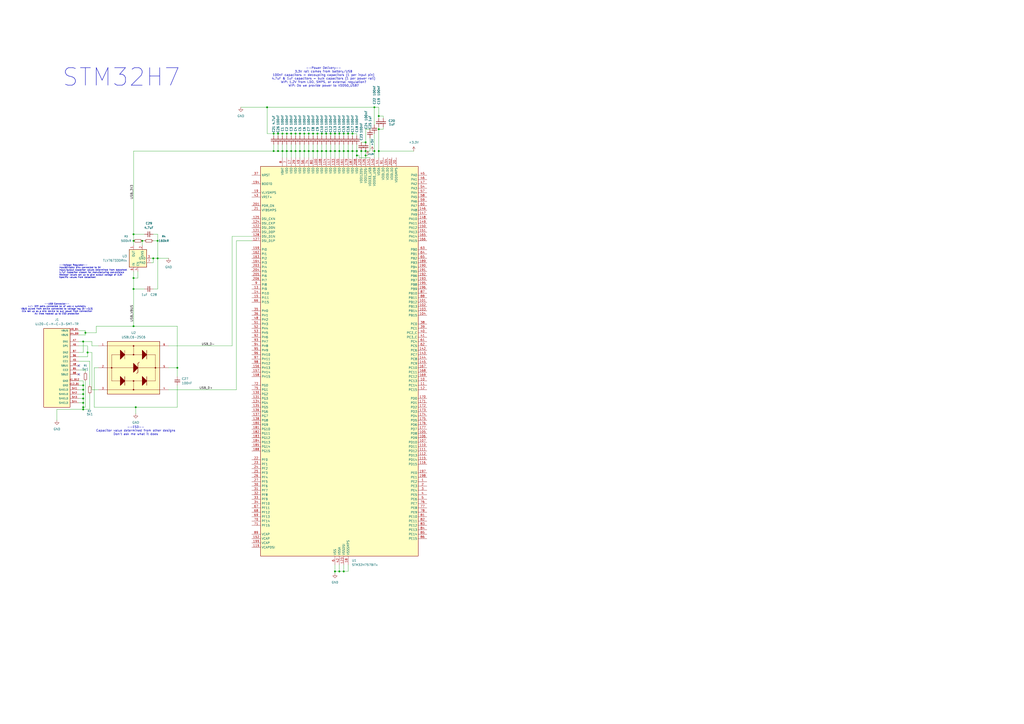
<source format=kicad_sch>
(kicad_sch (version 20250114) (generator "eeschema") (generator_version "9.0")
  (paper "A2")
  (lib_symbols
    (symbol "Device:C_Small" (pin_numbers (hide yes)) (pin_names (offset 0.254) (hide yes))
      (property "Reference" "C" (at 0.254 1.778 0))
      (property "Value" "C_Small" (at 0.254 -2.032 0))
      (symbol "C_Small_1_1"
        (pin passive line (at 0 2.54 270) (length 2.032) (name "~") (number "1"))
        (pin passive line (at 0 -2.54 90) (length 2.032) (name "~") (number "2"))
      )
    )
    (symbol "Device:R_Small" (pin_numbers (hide yes)) (pin_names (offset 0.254) (hide yes))
      (property "Reference" "R" (at 0 0 90))
      (property "Value" "R_Small" (at 1.778 0 90))
      (symbol "R_Small_1_1"
        (pin passive line (at 0 2.54 270) (length 0.762) (name "~") (number "1"))
        (pin passive line (at 0 -2.54 90) (length 0.762) (name "~") (number "2"))
      )
    )
    (symbol "MCU_ST_STM32H7:STM32H757BITx"
      (property "Reference" "U" (at -45.72 115.57 0))
      (property "Value" "STM32H757BITx" (at 35.56 115.57 0))
      (symbol "STM32H757BITx_1_1"
        (pin input line (at -50.8 109.22 0) (length 5.08) (name "NRST") (number "37"))
        (pin input line (at -50.8 104.14 0) (length 5.08) (name "BOOT0") (number "194"))
        (pin power_in line (at -50.8 99.06 0) (length 5.08) (name "VLXSMPS") (number "19"))
        (pin input line (at -50.8 96.52 0) (length 5.08) (name "VREF+") (number "43"))
        (pin input line (at -50.8 91.44 0) (length 5.08) (name "PDR_ON") (number "201"))
        (pin input line (at -50.8 88.9 0) (length 5.08) (name "VFBSMPS") (number "21"))
        (pin bidirectional line (at -50.8 83.82 0) (length 5.08) (name "DSI_CKN") (number "125"))
        (pin bidirectional line (at -50.8 81.28 0) (length 5.08) (name "DSI_CKP") (number "124"))
        (pin bidirectional line (at -50.8 78.74 0) (length 5.08) (name "DSI_D0N") (number "122"))
        (pin bidirectional line (at -50.8 76.2 0) (length 5.08) (name "DSI_D0P") (number "121"))
        (pin bidirectional line (at -50.8 73.66 0) (length 5.08) (name "DSI_D1N") (number "128"))
        (pin bidirectional line (at -50.8 71.12 0) (length 5.08) (name "DSI_D1P") (number "127"))
        (pin bidirectional line (at -50.8 66.04 0) (length 5.08) (name "PI0") (number "159"))
        (pin bidirectional line (at -50.8 63.5 0) (length 5.08) (name "PI1") (number "162"))
        (pin bidirectional line (at -50.8 60.96 0) (length 5.08) (name "PI2") (number "163"))
        (pin bidirectional line (at -50.8 58.42 0) (length 5.08) (name "PI3") (number "164"))
        (pin bidirectional line (at -50.8 55.88 0) (length 5.08) (name "PI4") (number "203"))
        (pin bidirectional line (at -50.8 53.34 0) (length 5.08) (name "PI5") (number "204"))
        (pin bidirectional line (at -50.8 50.8 0) (length 5.08) (name "PI6") (number "205"))
        (pin bidirectional line (at -50.8 48.26 0) (length 5.08) (name "PI7") (number "206"))
        (pin bidirectional line (at -50.8 45.72 0) (length 5.08) (name "PI8") (number "9"))
        (pin bidirectional line (at -50.8 43.18 0) (length 5.08) (name "PI9") (number "13"))
        (pin bidirectional line (at -50.8 40.64 0) (length 5.08) (name "PI10") (number "14"))
        (pin bidirectional line (at -50.8 38.1 0) (length 5.08) (name "PI11") (number "15"))
        (pin bidirectional line (at -50.8 35.56 0) (length 5.08) (name "PI15") (number "66"))
        (pin bidirectional line (at -50.8 30.48 0) (length 5.08) (name "PH0") (number "35"))
        (pin bidirectional line (at -50.8 27.94 0) (length 5.08) (name "PH1") (number "36"))
        (pin bidirectional line (at -50.8 25.4 0) (length 5.08) (name "PH2") (number "48"))
        (pin bidirectional line (at -50.8 22.86 0) (length 5.08) (name "PH3") (number "51"))
        (pin bidirectional line (at -50.8 20.32 0) (length 5.08) (name "PH4") (number "52"))
        (pin bidirectional line (at -50.8 17.78 0) (length 5.08) (name "PH5") (number "53"))
        (pin bidirectional line (at -50.8 15.24 0) (length 5.08) (name "PH6") (number "92"))
        (pin bidirectional line (at -50.8 12.7 0) (length 5.08) (name "PH7") (number "93"))
        (pin bidirectional line (at -50.8 10.16 0) (length 5.08) (name "PH8") (number "94"))
        (pin bidirectional line (at -50.8 7.62 0) (length 5.08) (name "PH9") (number "95"))
        (pin bidirectional line (at -50.8 5.08 0) (length 5.08) (name "PH10") (number "96"))
        (pin bidirectional line (at -50.8 2.54 0) (length 5.08) (name "PH11") (number "97"))
        (pin bidirectional line (at -50.8 0 0) (length 5.08) (name "PH12") (number "98"))
        (pin bidirectional line (at -50.8 -2.54 0) (length 5.08) (name "PH13") (number "156"))
        (pin bidirectional line (at -50.8 -5.08 0) (length 5.08) (name "PH14") (number "157"))
        (pin bidirectional line (at -50.8 -7.62 0) (length 5.08) (name "PH15") (number "158"))
        (pin bidirectional line (at -50.8 -12.7 0) (length 5.08) (name "PG0") (number "72"))
        (pin bidirectional line (at -50.8 -15.24 0) (length 5.08) (name "PG1") (number "75"))
        (pin bidirectional line (at -50.8 -17.78 0) (length 5.08) (name "PG2") (number "130"))
        (pin bidirectional line (at -50.8 -20.32 0) (length 5.08) (name "PG3") (number "131"))
        (pin bidirectional line (at -50.8 -22.86 0) (length 5.08) (name "PG4") (number "134"))
        (pin bidirectional line (at -50.8 -25.4 0) (length 5.08) (name "PG5") (number "135"))
        (pin bidirectional line (at -50.8 -27.94 0) (length 5.08) (name "PG6") (number "136"))
        (pin bidirectional line (at -50.8 -30.48 0) (length 5.08) (name "PG7") (number "137"))
        (pin bidirectional line (at -50.8 -33.02 0) (length 5.08) (name "PG8") (number "138"))
        (pin bidirectional line (at -50.8 -35.56 0) (length 5.08) (name "PG9") (number "180"))
        (pin bidirectional line (at -50.8 -38.1 0) (length 5.08) (name "PG10") (number "181"))
        (pin bidirectional line (at -50.8 -40.64 0) (length 5.08) (name "PG11") (number "182"))
        (pin bidirectional line (at -50.8 -43.18 0) (length 5.08) (name "PG12") (number "183"))
        (pin bidirectional line (at -50.8 -45.72 0) (length 5.08) (name "PG13") (number "184"))
        (pin bidirectional line (at -50.8 -48.26 0) (length 5.08) (name "PG14") (number "185"))
        (pin bidirectional line (at -50.8 -50.8 0) (length 5.08) (name "PG15") (number "188"))
        (pin bidirectional line (at -50.8 -55.88 0) (length 5.08) (name "PF0") (number "22"))
        (pin bidirectional line (at -50.8 -58.42 0) (length 5.08) (name "PF1") (number "23"))
        (pin bidirectional line (at -50.8 -60.96 0) (length 5.08) (name "PF2") (number "24"))
        (pin bidirectional line (at -50.8 -63.5 0) (length 5.08) (name "PF3") (number "25"))
        (pin bidirectional line (at -50.8 -66.04 0) (length 5.08) (name "PF4") (number "26"))
        (pin bidirectional line (at -50.8 -68.58 0) (length 5.08) (name "PF5") (number "27"))
        (pin bidirectional line (at -50.8 -71.12 0) (length 5.08) (name "PF6") (number "30"))
        (pin bidirectional line (at -50.8 -73.66 0) (length 5.08) (name "PF7") (number "31"))
        (pin bidirectional line (at -50.8 -76.2 0) (length 5.08) (name "PF8") (number "32"))
        (pin bidirectional line (at -50.8 -78.74 0) (length 5.08) (name "PF9") (number "33"))
        (pin bidirectional line (at -50.8 -81.28 0) (length 5.08) (name "PF10") (number "34"))
        (pin bidirectional line (at -50.8 -83.82 0) (length 5.08) (name "PF11") (number "67"))
        (pin bidirectional line (at -50.8 -86.36 0) (length 5.08) (name "PF12") (number "68"))
        (pin bidirectional line (at -50.8 -88.9 0) (length 5.08) (name "PF13") (number "69"))
        (pin bidirectional line (at -50.8 -91.44 0) (length 5.08) (name "PF14") (number "70"))
        (pin bidirectional line (at -50.8 -93.98 0) (length 5.08) (name "PF15") (number "71"))
        (pin power_out line (at -50.8 -99.06 0) (length 5.08) (name "VCAP") (number "89"))
        (pin power_out line (at -50.8 -101.6 0) (length 5.08) (name "VCAP") (number "152"))
        (pin power_out line (at -50.8 -104.14 0) (length 5.08) (name "VCAP") (number "199"))
        (pin power_out line (at -50.8 -106.68 0) (length 5.08) (name "VCAPDSI") (number "119"))
        (pin power_in line (at -33.02 119.38 270) (length 5.08) (name "VBAT") (number "8"))
        (pin power_in line (at -30.48 119.38 270) (length 5.08) (name "VDD") (number "7"))
        (pin power_in line (at -27.94 119.38 270) (length 5.08) (name "VDD") (number "17"))
        (pin power_in line (at -25.4 119.38 270) (length 5.08) (name "VDD") (number "29"))
        (pin power_in line (at -22.86 119.38 270) (length 5.08) (name "VDD") (number "49"))
        (pin power_in line (at -20.32 119.38 270) (length 5.08) (name "VDD") (number "56"))
        (pin power_in line (at -17.78 119.38 270) (length 5.08) (name "VDD") (number "74"))
        (pin power_in line (at -15.24 119.38 270) (length 5.08) (name "VDD") (number "80"))
        (pin power_in line (at -12.7 119.38 270) (length 5.08) (name "VDD") (number "100"))
        (pin power_in line (at -10.16 119.38 270) (length 5.08) (name "VDD") (number "108"))
        (pin power_in line (at -7.62 119.38 270) (length 5.08) (name "VDD") (number "114"))
        (pin power_in line (at -5.08 119.38 270) (length 5.08) (name "VDD") (number "117"))
        (pin power_in line (at -2.54 119.38 270) (length 5.08) (name "VDD") (number "133"))
        (pin passive line (at -2.54 -116.84 90) (length 5.08) (hide yes) (name "VSS") (number "109"))
        (pin passive line (at -2.54 -116.84 90) (length 5.08) (hide yes) (name "VSS") (number "113"))
        (pin passive line (at -2.54 -116.84 90) (length 5.08) (hide yes) (name "VSS") (number "118"))
        (pin passive line (at -2.54 -116.84 90) (length 5.08) (hide yes) (name "VSS") (number "132"))
        (pin passive line (at -2.54 -116.84 90) (length 5.08) (hide yes) (name "VSS") (number "139"))
        (pin passive line (at -2.54 -116.84 90) (length 5.08) (hide yes) (name "VSS") (number "153"))
        (pin passive line (at -2.54 -116.84 90) (length 5.08) (hide yes) (name "VSS") (number "16"))
        (pin passive line (at -2.54 -116.84 90) (length 5.08) (hide yes) (name "VSS") (number "160"))
        (pin passive line (at -2.54 -116.84 90) (length 5.08) (hide yes) (name "VSS") (number "178"))
        (pin passive line (at -2.54 -116.84 90) (length 5.08) (hide yes) (name "VSS") (number "186"))
        (pin passive line (at -2.54 -116.84 90) (length 5.08) (hide yes) (name "VSS") (number "200"))
        (pin passive line (at -2.54 -116.84 90) (length 5.08) (hide yes) (name "VSS") (number "207"))
        (pin passive line (at -2.54 -116.84 90) (length 5.08) (hide yes) (name "VSS") (number "28"))
        (pin passive line (at -2.54 -116.84 90) (length 5.08) (hide yes) (name "VSS") (number "50"))
        (pin passive line (at -2.54 -116.84 90) (length 5.08) (hide yes) (name "VSS") (number "55"))
        (pin power_in line (at -2.54 -116.84 90) (length 5.08) (name "VSS") (number "6"))
        (pin passive line (at -2.54 -116.84 90) (length 5.08) (hide yes) (name "VSS") (number "73"))
        (pin passive line (at -2.54 -116.84 90) (length 5.08) (hide yes) (name "VSS") (number "79"))
        (pin passive line (at -2.54 -116.84 90) (length 5.08) (hide yes) (name "VSS") (number "90"))
        (pin passive line (at -2.54 -116.84 90) (length 5.08) (hide yes) (name "VSS") (number "99"))
        (pin power_in line (at 0 119.38 270) (length 5.08) (name "VDD") (number "155"))
        (pin power_in line (at 0 -116.84 90) (length 5.08) (name "VSSA") (number "42"))
        (pin power_in line (at 2.54 119.38 270) (length 5.08) (name "VDD") (number "161"))
        (pin power_in line (at 2.54 -116.84 90) (length 5.08) (name "VSSDSI") (number "123"))
        (pin passive line (at 2.54 -116.84 90) (length 5.08) (hide yes) (name "VSSDSI") (number "129"))
        (pin power_in line (at 5.08 119.38 270) (length 5.08) (name "VDD") (number "179"))
        (pin power_in line (at 5.08 -116.84 90) (length 5.08) (name "VSSSMPS") (number "18"))
        (pin power_in line (at 7.62 119.38 270) (length 5.08) (name "VDD") (number "187"))
        (pin power_in line (at 10.16 119.38 270) (length 5.08) (name "VDD") (number "208"))
        (pin power_in line (at 12.7 119.38 270) (length 5.08) (name "VDD12DSI") (number "120"))
        (pin power_in line (at 15.24 119.38 270) (length 5.08) (name "VDD12DSI") (number "126"))
        (pin power_in line (at 17.78 119.38 270) (length 5.08) (name "VDD33_USB") (number "141"))
        (pin power_in line (at 20.32 119.38 270) (length 5.08) (name "VDD50_USB") (number "140"))
        (pin power_in line (at 22.86 119.38 270) (length 5.08) (name "VDDA") (number "44"))
        (pin power_in line (at 25.4 119.38 270) (length 5.08) (name "VDDLDO") (number "91"))
        (pin power_in line (at 27.94 119.38 270) (length 5.08) (name "VDDLDO") (number "154"))
        (pin power_in line (at 30.48 119.38 270) (length 5.08) (name "VDDLDO") (number "202"))
        (pin power_in line (at 33.02 119.38 270) (length 5.08) (name "VDDSMPS") (number "20"))
        (pin bidirectional line (at 50.8 109.22 180) (length 5.08) (name "PA0") (number "45"))
        (pin bidirectional line (at 50.8 106.68 180) (length 5.08) (name "PA1") (number "46"))
        (pin bidirectional line (at 50.8 104.14 180) (length 5.08) (name "PA2") (number "47"))
        (pin bidirectional line (at 50.8 101.6 180) (length 5.08) (name "PA3") (number "54"))
        (pin bidirectional line (at 50.8 99.06 180) (length 5.08) (name "PA4") (number "57"))
        (pin bidirectional line (at 50.8 96.52 180) (length 5.08) (name "PA5") (number "58"))
        (pin bidirectional line (at 50.8 93.98 180) (length 5.08) (name "PA6") (number "59"))
        (pin bidirectional line (at 50.8 91.44 180) (length 5.08) (name "PA7") (number "60"))
        (pin bidirectional line (at 50.8 88.9 180) (length 5.08) (name "PA8") (number "146"))
        (pin bidirectional line (at 50.8 86.36 180) (length 5.08) (name "PA9") (number "147"))
        (pin bidirectional line (at 50.8 83.82 180) (length 5.08) (name "PA10") (number "148"))
        (pin bidirectional line (at 50.8 81.28 180) (length 5.08) (name "PA11") (number "149"))
        (pin bidirectional line (at 50.8 78.74 180) (length 5.08) (name "PA12") (number "150"))
        (pin bidirectional line (at 50.8 76.2 180) (length 5.08) (name "PA13") (number "151"))
        (pin bidirectional line (at 50.8 73.66 180) (length 5.08) (name "PA14") (number "165"))
        (pin bidirectional line (at 50.8 71.12 180) (length 5.08) (name "PA15") (number "166"))
        (pin bidirectional line (at 50.8 66.04 180) (length 5.08) (name "PB0") (number "63"))
        (pin bidirectional line (at 50.8 63.5 180) (length 5.08) (name "PB1") (number "64"))
        (pin bidirectional line (at 50.8 60.96 180) (length 5.08) (name "PB2") (number "65"))
        (pin bidirectional line (at 50.8 58.42 180) (length 5.08) (name "PB3") (number "189"))
        (pin bidirectional line (at 50.8 55.88 180) (length 5.08) (name "PB4") (number "190"))
        (pin bidirectional line (at 50.8 53.34 180) (length 5.08) (name "PB5") (number "191"))
        (pin bidirectional line (at 50.8 50.8 180) (length 5.08) (name "PB6") (number "192"))
        (pin bidirectional line (at 50.8 48.26 180) (length 5.08) (name "PB7") (number "193"))
        (pin bidirectional line (at 50.8 45.72 180) (length 5.08) (name "PB8") (number "195"))
        (pin bidirectional line (at 50.8 43.18 180) (length 5.08) (name "PB9") (number "196"))
        (pin bidirectional line (at 50.8 40.64 180) (length 5.08) (name "PB10") (number "87"))
        (pin bidirectional line (at 50.8 38.1 180) (length 5.08) (name "PB11") (number "88"))
        (pin bidirectional line (at 50.8 35.56 180) (length 5.08) (name "PB12") (number "101"))
        (pin bidirectional line (at 50.8 33.02 180) (length 5.08) (name "PB13") (number "102"))
        (pin bidirectional line (at 50.8 30.48 180) (length 5.08) (name "PB14") (number "103"))
        (pin bidirectional line (at 50.8 27.94 180) (length 5.08) (name "PB15") (number "104"))
        (pin bidirectional line (at 50.8 22.86 180) (length 5.08) (name "PC0") (number "38"))
        (pin bidirectional line (at 50.8 20.32 180) (length 5.08) (name "PC1") (number "39"))
        (pin bidirectional line (at 50.8 17.78 180) (length 5.08) (name "PC2_C") (number "40"))
        (pin bidirectional line (at 50.8 15.24 180) (length 5.08) (name "PC3_C") (number "41"))
        (pin bidirectional line (at 50.8 12.7 180) (length 5.08) (name "PC4") (number "61"))
        (pin bidirectional line (at 50.8 10.16 180) (length 5.08) (name "PC5") (number "62"))
        (pin bidirectional line (at 50.8 7.62 180) (length 5.08) (name "PC6") (number "142"))
        (pin bidirectional line (at 50.8 5.08 180) (length 5.08) (name "PC7") (number "143"))
        (pin bidirectional line (at 50.8 2.54 180) (length 5.08) (name "PC8") (number "144"))
        (pin bidirectional line (at 50.8 0 180) (length 5.08) (name "PC9") (number "145"))
        (pin bidirectional line (at 50.8 -2.54 180) (length 5.08) (name "PC10") (number "167"))
        (pin bidirectional line (at 50.8 -5.08 180) (length 5.08) (name "PC11") (number "168"))
        (pin bidirectional line (at 50.8 -7.62 180) (length 5.08) (name "PC12") (number "169"))
        (pin bidirectional line (at 50.8 -10.16 180) (length 5.08) (name "PC13") (number "10"))
        (pin bidirectional line (at 50.8 -12.7 180) (length 5.08) (name "PC14") (number "11"))
        (pin bidirectional line (at 50.8 -15.24 180) (length 5.08) (name "PC15") (number "12"))
        (pin bidirectional line (at 50.8 -20.32 180) (length 5.08) (name "PD0") (number "170"))
        (pin bidirectional line (at 50.8 -22.86 180) (length 5.08) (name "PD1") (number "171"))
        (pin bidirectional line (at 50.8 -25.4 180) (length 5.08) (name "PD2") (number "172"))
        (pin bidirectional line (at 50.8 -27.94 180) (length 5.08) (name "PD3") (number "173"))
        (pin bidirectional line (at 50.8 -30.48 180) (length 5.08) (name "PD4") (number "174"))
        (pin bidirectional line (at 50.8 -33.02 180) (length 5.08) (name "PD5") (number "175"))
        (pin bidirectional line (at 50.8 -35.56 180) (length 5.08) (name "PD6") (number "176"))
        (pin bidirectional line (at 50.8 -38.1 180) (length 5.08) (name "PD7") (number "177"))
        (pin bidirectional line (at 50.8 -40.64 180) (length 5.08) (name "PD8") (number "105"))
        (pin bidirectional line (at 50.8 -43.18 180) (length 5.08) (name "PD9") (number "106"))
        (pin bidirectional line (at 50.8 -45.72 180) (length 5.08) (name "PD10") (number "107"))
        (pin bidirectional line (at 50.8 -48.26 180) (length 5.08) (name "PD11") (number "110"))
        (pin bidirectional line (at 50.8 -50.8 180) (length 5.08) (name "PD12") (number "111"))
        (pin bidirectional line (at 50.8 -53.34 180) (length 5.08) (name "PD13") (number "112"))
        (pin bidirectional line (at 50.8 -55.88 180) (length 5.08) (name "PD14") (number "115"))
        (pin bidirectional line (at 50.8 -58.42 180) (length 5.08) (name "PD15") (number "116"))
        (pin bidirectional line (at 50.8 -63.5 180) (length 5.08) (name "PE0") (number "197"))
        (pin bidirectional line (at 50.8 -66.04 180) (length 5.08) (name "PE1") (number "198"))
        (pin bidirectional line (at 50.8 -68.58 180) (length 5.08) (name "PE2") (number "1"))
        (pin bidirectional line (at 50.8 -71.12 180) (length 5.08) (name "PE3") (number "2"))
        (pin bidirectional line (at 50.8 -73.66 180) (length 5.08) (name "PE4") (number "3"))
        (pin bidirectional line (at 50.8 -76.2 180) (length 5.08) (name "PE5") (number "4"))
        (pin bidirectional line (at 50.8 -78.74 180) (length 5.08) (name "PE6") (number "5"))
        (pin bidirectional line (at 50.8 -81.28 180) (length 5.08) (name "PE7") (number "76"))
        (pin bidirectional line (at 50.8 -83.82 180) (length 5.08) (name "PE8") (number "77"))
        (pin bidirectional line (at 50.8 -86.36 180) (length 5.08) (name "PE9") (number "78"))
        (pin bidirectional line (at 50.8 -88.9 180) (length 5.08) (name "PE10") (number "81"))
        (pin bidirectional line (at 50.8 -91.44 180) (length 5.08) (name "PE11") (number "82"))
        (pin bidirectional line (at 50.8 -93.98 180) (length 5.08) (name "PE12") (number "83"))
        (pin bidirectional line (at 50.8 -96.52 180) (length 5.08) (name "PE13") (number "84"))
        (pin bidirectional line (at 50.8 -99.06 180) (length 5.08) (name "PE14") (number "85"))
        (pin bidirectional line (at 50.8 -101.6 180) (length 5.08) (name "PE15") (number "86"))
      )
    )
    (symbol "Regulator_Linear:TLV76733DRVx"
      (property "Reference" "U3" (at 1.2701 6.35 90))
      (property "Value" "TLV76733DRVx" (at -1.2699 6.35 90))
      (symbol "TLV76733DRVx_1_1"
        (pin power_in line (at -7.62 2.54 0) (length 2.54) (name "IN") (number "6"))
        (pin input line (at -7.62 0 0) (length 2.54) (name "EN") (number "4"))
        (pin passive line (at -2.54 -7.62 90) (length 2.54) (name "PAD") (number "7"))
        (pin power_in line (at 0 -7.62 90) (length 2.54) (name "GND") (number "3"))
        (pin passive line (at 0 -7.62 90) (length 2.54) (hide yes) (name "GND") (number "5"))
        (pin power_out line (at 7.62 2.54 180) (length 2.54) (name "OUT") (number "1"))
        (pin input line (at 7.62 -2.54 180) (length 2.54) (name "SNS") (number "2"))
      )
    )
    (symbol "UJ20-C-H-C-3-SMT-TR:UJ20-C-H-C-3-SMT-TR" (pin_names (offset 1.016))
      (property "Reference" "J1" (at 0 27.94 0))
      (property "Value" "UJ20-C-H-C-3-SMT-TR" (at 0 25.4 0))
      (symbol "UJ20-C-H-C-3-SMT-TR_0_0"
        (pin passive line (at 12.7 21.59 180) (length 5.08) (name "VBUS") (number "A9_B4"))
        (pin passive line (at 12.7 19.05 180) (length 5.08) (name "VBUS") (number "A4_B9"))
        (pin passive line (at 12.7 15.24 180) (length 5.08) (name "DN1") (number "A7"))
        (pin passive line (at 12.7 12.7 180) (length 5.08) (name "DP1") (number "A6"))
        (pin passive line (at 12.7 8.89 180) (length 5.08) (name "DN2") (number "B7"))
        (pin passive line (at 12.7 6.35 180) (length 5.08) (name "DP2") (number "B6"))
        (pin passive line (at 12.7 3.81 180) (length 5.08) (name "CC1") (number "A5"))
        (pin passive line (at 12.7 1.27 180) (length 5.08) (name "SBU1") (number "A8"))
        (pin passive line (at 12.7 -1.27 180) (length 5.08) (name "CC2") (number "B5"))
        (pin passive line (at 12.7 -3.81 180) (length 5.08) (name "SBU2") (number "B8"))
        (pin passive line (at 12.7 -7.62 180) (length 5.08) (name "GND") (number "A1_B12"))
        (pin passive line (at 12.7 -10.16 180) (length 5.08) (name "GND") (number "A12_B1"))
        (pin passive line (at 12.7 -12.7 180) (length 5.08) (name "SHIELD") (number "SH1"))
        (pin passive line (at 12.7 -15.24 180) (length 5.08) (name "SHIELD") (number "SH2"))
        (pin passive line (at 12.7 -17.78 180) (length 5.08) (name "SHIELD") (number "SH3"))
        (pin passive line (at 12.7 -20.32 180) (length 5.08) (name "SHIELD") (number "SH4"))
      )
    )
    (symbol "USBLC6-2SC6:USBLC6-2SC6" (pin_names (offset 1.016))
      (property "Reference" "U" (at -15.2693 17.8093 0))
      (property "Value" "USBLC6-2SC6" (at -15.2559 -17.7959 0))
      (symbol "USBLC6-2SC6_0_0"
        (pin bidirectional line (at -20.32 12.7 0) (length 5.08) (name "~") (number "1"))
        (pin power_in line (at -20.32 0 0) (length 5.08) (name "~") (number "2"))
        (pin bidirectional line (at -20.32 -12.7 0) (length 5.08) (name "~") (number "3"))
        (pin bidirectional line (at 20.32 12.7 180) (length 5.08) (name "~") (number "6"))
        (pin power_in line (at 20.32 0 180) (length 5.08) (name "~") (number "5"))
        (pin bidirectional line (at 20.32 -12.7 180) (length 5.08) (name "~") (number "4"))
      )
    )
    (symbol "power:+3.3V" (power) (pin_numbers (hide yes)) (pin_names (offset 0) (hide yes))
      (property "Value" "+3.3V" (at 0 3.556 0))
      (symbol "+3.3V_1_1"
        (pin power_in line (at 0 0 90) (length 0) (name "~") (number "1"))
      )
    )
    (symbol "power:GND" (power) (pin_numbers (hide yes)) (pin_names (offset 0) (hide yes))
      (property "Value" "GND" (at 0 -3.81 0))
      (symbol "GND_1_1"
        (pin power_in line (at 0 0 270) (length 0) (name "~") (number "1"))
      )
    )
  )
  (text "--USB Connector--\n+/- Diff pairs connected bc of usb-c symmetry\nVBUS pulled from device connected to voltage reg (5->3.3)\nCCs set up as a sink device to pull power from connection\nAll lines hooked up to ESD protection" (at 33.02 179.324 0) (effects (font (size 0.889 0.889))))
  (text "--Power Delivery--\n3.3V rail comes from battery/USB\n100nF capacitors = decoupling capacitors (1 per input pin)\n4.7uF & 1uF capacitors = bulk capacitors (1 per power rail)\nWIP: 1.2V from LDO, SMPS, or external regulation?\nWIP: Do we provide power to VDD50_USB?" (at 187.706 44.704 0) (effects (font (size 1.27 1.27))))
  (text "STM32H7" (at 70.358 44.958 0) (effects (font (size 10.16 10.16) (thickness 0.254) (bold yes))))
  (text "--ESD--\nCapacitor value determined from other designs\nDon't ask me what it does" (at 78.74 249.936 0) (effects (font (size 1.27 1.27))))
  (text "--Voltage Regulator--\nInput&Enable pins connected to 5V\nInput/output capacitor values determined from datasheet\n4.7uF Capacitor chosen for manufacturing convenience\nResistor values set up to give output voltage of 3.3V\nSpecific values from datasheet" (at 34.29 157.48 0) (effects (font (size 0.889 0.889)) (justify left)))
  (junction (at 48.26 198.12))
  (junction (at 194.31 331.47))
  (junction (at 48.26 223.52))
  (junction (at 184.15 87.63))
  (junction (at 199.39 87.63))
  (junction (at 77.47 161.29))
  (junction (at 184.15 77.47))
  (junction (at 219.71 67.31))
  (junction (at 158.75 87.63))
  (junction (at 163.83 87.63))
  (junction (at 78.74 236.22))
  (junction (at 191.77 87.63))
  (junction (at 48.26 236.22))
  (junction (at 196.85 77.47))
  (junction (at 176.53 77.47))
  (junction (at 179.07 87.63))
  (junction (at 186.69 87.63))
  (junction (at 48.26 226.06))
  (junction (at 217.17 87.63))
  (junction (at 77.47 135.89))
  (junction (at 173.99 77.47))
  (junction (at 189.23 87.63))
  (junction (at 161.29 77.47))
  (junction (at 171.45 87.63))
  (junction (at 77.47 167.64))
  (junction (at 158.75 77.47))
  (junction (at 212.09 90.17))
  (junction (at 173.99 87.63))
  (junction (at 48.26 237.49))
  (junction (at 191.77 77.47))
  (junction (at 196.85 331.47))
  (junction (at 48.26 231.14))
  (junction (at 77.47 189.23))
  (junction (at 171.45 77.47))
  (junction (at 168.91 77.47))
  (junction (at 102.87 213.36))
  (junction (at 49.53 193.04))
  (junction (at 219.71 87.63))
  (junction (at 189.23 77.47))
  (junction (at 82.55 139.7))
  (junction (at 207.01 87.63))
  (junction (at 168.91 87.63))
  (junction (at 204.47 87.63))
  (junction (at 207.01 90.17))
  (junction (at 77.47 139.7))
  (junction (at 181.61 77.47))
  (junction (at 88.9 149.86))
  (junction (at 163.83 77.47))
  (junction (at 199.39 331.47))
  (junction (at 186.69 77.47))
  (junction (at 204.47 77.47))
  (junction (at 91.44 139.7))
  (junction (at 91.44 149.86))
  (junction (at 201.93 87.63))
  (junction (at 212.09 87.63))
  (junction (at 176.53 87.63))
  (junction (at 196.85 87.63))
  (junction (at 217.17 62.23))
  (junction (at 48.26 233.68))
  (junction (at 166.37 77.47))
  (junction (at 194.31 77.47))
  (junction (at 209.55 87.63))
  (junction (at 201.93 77.47))
  (junction (at 50.8 204.47))
  (junction (at 179.07 77.47))
  (junction (at 212.09 82.55))
  (junction (at 219.71 74.93))
  (junction (at 166.37 87.63))
  (junction (at 161.29 87.63))
  (junction (at 154.94 62.23))
  (junction (at 48.26 228.6))
  (junction (at 199.39 77.47))
  (junction (at 181.61 87.63))
  (junction (at 194.31 87.63))
  (no_connect (at 45.72 212.09))
  (no_connect (at 45.72 217.17))
  (wire (pts (xy 186.69 87.63) (xy 189.23 87.63)))
  (wire (pts (xy 194.31 87.63) (xy 196.85 87.63)))
  (wire (pts (xy 186.69 87.63) (xy 186.69 91.44)))
  (wire (pts (xy 168.91 87.63) (xy 171.45 87.63)))
  (wire (pts (xy 217.17 62.23) (xy 217.17 72.39)))
  (wire (pts (xy 45.72 220.98) (xy 48.26 220.98)))
  (wire (pts (xy 88.9 149.86) (xy 91.44 149.86)))
  (wire (pts (xy 83.82 135.89) (xy 77.47 135.89)))
  (wire (pts (xy 209.55 87.63) (xy 212.09 87.63)))
  (wire (pts (xy 184.15 83.82) (xy 184.15 87.63)))
  (wire (pts (xy 215.9 87.63) (xy 217.17 87.63)))
  (wire (pts (xy 87.63 149.86) (xy 88.9 149.86)))
  (wire (pts (xy 204.47 77.47) (xy 204.47 78.74)))
  (wire (pts (xy 80.01 161.29) (xy 80.01 157.48)))
  (wire (pts (xy 91.44 139.7) (xy 91.44 149.86)))
  (wire (pts (xy 171.45 77.47) (xy 173.99 77.47)))
  (wire (pts (xy 48.26 228.6) (xy 48.26 231.14)))
  (wire (pts (xy 50.8 204.47) (xy 50.8 207.01)))
  (wire (pts (xy 179.07 87.63) (xy 179.07 91.44)))
  (wire (pts (xy 173.99 77.47) (xy 173.99 78.74)))
  (wire (pts (xy 196.85 77.47) (xy 199.39 77.47)))
  (wire (pts (xy 54.61 213.36) (xy 57.15 213.36)))
  (wire (pts (xy 207.01 90.17) (xy 207.01 91.44)))
  (wire (pts (xy 219.71 62.23) (xy 217.17 62.23)))
  (wire (pts (xy 201.93 87.63) (xy 201.93 91.44)))
  (wire (pts (xy 176.53 83.82) (xy 176.53 87.63)))
  (wire (pts (xy 171.45 83.82) (xy 171.45 87.63)))
  (wire (pts (xy 212.09 87.63) (xy 214.63 87.63)))
  (wire (pts (xy 207.01 87.63) (xy 207.01 90.17)))
  (wire (pts (xy 77.47 161.29) (xy 80.01 161.29)))
  (wire (pts (xy 154.94 62.23) (xy 154.94 77.47)))
  (wire (pts (xy 212.09 87.63) (xy 212.09 90.17)))
  (wire (pts (xy 219.71 74.93) (xy 219.71 87.63)))
  (wire (pts (xy 176.53 87.63) (xy 179.07 87.63)))
  (wire (pts (xy 49.53 194.31) (xy 45.72 194.31)))
  (wire (pts (xy 199.39 331.47) (xy 196.85 331.47)))
  (wire (pts (xy 48.26 223.52) (xy 48.26 226.06)))
  (wire (pts (xy 48.26 237.49) (xy 33.02 237.49)))
  (wire (pts (xy 48.26 231.14) (xy 48.26 233.68)))
  (wire (pts (xy 171.45 87.63) (xy 171.45 91.44)))
  (wire (pts (xy 50.8 200.66) (xy 50.8 204.47)))
  (wire (pts (xy 88.9 139.7) (xy 91.44 139.7)))
  (wire (pts (xy 196.85 327.66) (xy 196.85 331.47)))
  (wire (pts (xy 134.62 200.66) (xy 134.62 137.16)))
  (wire (pts (xy 102.87 223.52) (xy 102.87 236.22)))
  (wire (pts (xy 91.44 135.89) (xy 91.44 139.7)))
  (wire (pts (xy 45.72 223.52) (xy 48.26 223.52)))
  (wire (pts (xy 179.07 87.63) (xy 181.61 87.63)))
  (wire (pts (xy 191.77 77.47) (xy 194.31 77.47)))
  (wire (pts (xy 53.34 204.47) (xy 53.34 226.06)))
  (wire (pts (xy 52.07 209.55) (xy 52.07 223.52)))
  (wire (pts (xy 181.61 83.82) (xy 181.61 87.63)))
  (wire (pts (xy 102.87 236.22) (xy 78.74 236.22)))
  (wire (pts (xy 53.34 200.66) (xy 57.15 200.66)))
  (wire (pts (xy 222.25 68.58) (xy 222.25 67.31)))
  (wire (pts (xy 53.34 198.12) (xy 53.34 200.66)))
  (wire (pts (xy 102.87 213.36) (xy 97.79 213.36)))
  (wire (pts (xy 102.87 218.44) (xy 102.87 213.36)))
  (wire (pts (xy 181.61 87.63) (xy 184.15 87.63)))
  (wire (pts (xy 45.72 226.06) (xy 48.26 226.06)))
  (wire (pts (xy 201.93 87.63) (xy 204.47 87.63)))
  (wire (pts (xy 102.87 189.23) (xy 102.87 213.36)))
  (wire (pts (xy 77.47 167.64) (xy 77.47 189.23)))
  (wire (pts (xy 219.71 87.63) (xy 240.03 87.63)))
  (wire (pts (xy 194.31 327.66) (xy 194.31 331.47)))
  (wire (pts (xy 204.47 83.82) (xy 204.47 87.63)))
  (wire (pts (xy 166.37 77.47) (xy 166.37 78.74)))
  (wire (pts (xy 212.09 74.93) (xy 212.09 82.55)))
  (wire (pts (xy 91.44 149.86) (xy 97.79 149.86)))
  (wire (pts (xy 77.47 167.64) (xy 83.82 167.64)))
  (wire (pts (xy 45.72 191.77) (xy 49.53 191.77)))
  (wire (pts (xy 52.07 237.49) (xy 48.26 237.49)))
  (wire (pts (xy 97.79 226.06) (xy 137.16 226.06)))
  (wire (pts (xy 137.16 226.06) (xy 137.16 139.7)))
  (wire (pts (xy 45.72 209.55) (xy 52.07 209.55)))
  (wire (pts (xy 49.53 220.98) (xy 49.53 236.22)))
  (wire (pts (xy 199.39 83.82) (xy 199.39 87.63)))
  (wire (pts (xy 196.85 77.47) (xy 196.85 78.74)))
  (wire (pts (xy 166.37 83.82) (xy 166.37 87.63)))
  (wire (pts (xy 201.93 331.47) (xy 199.39 331.47)))
  (wire (pts (xy 77.47 142.24) (xy 77.47 139.7)))
  (wire (pts (xy 163.83 77.47) (xy 163.83 78.74)))
  (wire (pts (xy 48.26 226.06) (xy 48.26 228.6)))
  (wire (pts (xy 166.37 87.63) (xy 166.37 91.44)))
  (wire (pts (xy 222.25 74.93) (xy 222.25 73.66)))
  (wire (pts (xy 168.91 77.47) (xy 171.45 77.47)))
  (wire (pts (xy 212.09 90.17) (xy 212.09 91.44)))
  (wire (pts (xy 168.91 77.47) (xy 168.91 78.74)))
  (wire (pts (xy 176.53 77.47) (xy 176.53 78.74)))
  (wire (pts (xy 77.47 157.48) (xy 77.47 161.29)))
  (wire (pts (xy 201.93 77.47) (xy 204.47 77.47)))
  (wire (pts (xy 219.71 67.31) (xy 219.71 68.58)))
  (wire (pts (xy 176.53 77.47) (xy 179.07 77.47)))
  (wire (pts (xy 158.75 83.82) (xy 158.75 87.63)))
  (wire (pts (xy 184.15 87.63) (xy 184.15 91.44)))
  (wire (pts (xy 173.99 87.63) (xy 173.99 91.44)))
  (wire (pts (xy 214.63 80.01) (xy 214.63 87.63)))
  (wire (pts (xy 161.29 77.47) (xy 163.83 77.47)))
  (wire (pts (xy 49.53 214.63) (xy 49.53 215.9)))
  (wire (pts (xy 49.53 193.04) (xy 55.88 193.04)))
  (wire (pts (xy 78.74 236.22) (xy 78.74 240.03)))
  (wire (pts (xy 208.28 91.44) (xy 208.28 90.17)))
  (wire (pts (xy 78.74 236.22) (xy 54.61 236.22)))
  (wire (pts (xy 50.8 204.47) (xy 53.34 204.47)))
  (wire (pts (xy 201.93 77.47) (xy 201.93 78.74)))
  (wire (pts (xy 168.91 87.63) (xy 168.91 91.44)))
  (wire (pts (xy 48.26 204.47) (xy 45.72 204.47)))
  (wire (pts (xy 139.7 62.23) (xy 154.94 62.23)))
  (wire (pts (xy 54.61 213.36) (xy 54.61 236.22)))
  (wire (pts (xy 196.85 83.82) (xy 196.85 87.63)))
  (wire (pts (xy 163.83 87.63) (xy 163.83 91.44)))
  (wire (pts (xy 88.9 167.64) (xy 91.44 167.64)))
  (wire (pts (xy 196.85 87.63) (xy 196.85 91.44)))
  (wire (pts (xy 82.55 139.7) (xy 83.82 139.7)))
  (wire (pts (xy 171.45 77.47) (xy 171.45 78.74)))
  (wire (pts (xy 204.47 87.63) (xy 204.47 91.44)))
  (wire (pts (xy 77.47 135.89) (xy 77.47 139.7)))
  (wire (pts (xy 191.77 83.82) (xy 191.77 87.63)))
  (wire (pts (xy 199.39 87.63) (xy 199.39 91.44)))
  (wire (pts (xy 189.23 83.82) (xy 189.23 87.63)))
  (wire (pts (xy 163.83 77.47) (xy 166.37 77.47)))
  (wire (pts (xy 173.99 87.63) (xy 176.53 87.63)))
  (wire (pts (xy 48.26 198.12) (xy 48.26 204.47)))
  (wire (pts (xy 207.01 77.47) (xy 207.01 78.74)))
  (wire (pts (xy 77.47 87.63) (xy 77.47 135.89)))
  (wire (pts (xy 134.62 137.16) (xy 146.05 137.16)))
  (wire (pts (xy 77.47 161.29) (xy 77.47 167.64)))
  (wire (pts (xy 194.31 77.47) (xy 196.85 77.47)))
  (wire (pts (xy 194.31 77.47) (xy 194.31 78.74)))
  (wire (pts (xy 207.01 90.17) (xy 208.28 90.17)))
  (wire (pts (xy 33.02 237.49) (xy 33.02 243.84)))
  (wire (pts (xy 196.85 87.63) (xy 199.39 87.63)))
  (wire (pts (xy 201.93 83.82) (xy 201.93 87.63)))
  (wire (pts (xy 77.47 189.23) (xy 102.87 189.23)))
  (wire (pts (xy 48.26 233.68) (xy 48.26 236.22)))
  (wire (pts (xy 219.71 74.93) (xy 222.25 74.93)))
  (wire (pts (xy 154.94 77.47) (xy 158.75 77.47)))
  (wire (pts (xy 45.72 200.66) (xy 50.8 200.66)))
  (wire (pts (xy 166.37 87.63) (xy 168.91 87.63)))
  (wire (pts (xy 163.83 83.82) (xy 163.83 87.63)))
  (wire (pts (xy 45.72 228.6) (xy 48.26 228.6)))
  (wire (pts (xy 189.23 87.63) (xy 191.77 87.63)))
  (wire (pts (xy 45.72 214.63) (xy 49.53 214.63)))
  (wire (pts (xy 217.17 87.63) (xy 217.17 91.44)))
  (wire (pts (xy 191.77 87.63) (xy 191.77 91.44)))
  (wire (pts (xy 171.45 87.63) (xy 173.99 87.63)))
  (wire (pts (xy 45.72 231.14) (xy 48.26 231.14)))
  (wire (pts (xy 166.37 77.47) (xy 168.91 77.47)))
  (wire (pts (xy 77.47 87.63) (xy 158.75 87.63)))
  (wire (pts (xy 186.69 77.47) (xy 189.23 77.47)))
  (wire (pts (xy 49.53 191.77) (xy 49.53 193.04)))
  (wire (pts (xy 158.75 77.47) (xy 158.75 78.74)))
  (wire (pts (xy 48.26 236.22) (xy 48.26 237.49)))
  (wire (pts (xy 45.72 233.68) (xy 48.26 233.68)))
  (wire (pts (xy 82.55 139.7) (xy 82.55 142.24)))
  (wire (pts (xy 48.26 198.12) (xy 53.34 198.12)))
  (wire (pts (xy 207.01 83.82) (xy 207.01 87.63)))
  (wire (pts (xy 88.9 152.4) (xy 88.9 149.86)))
  (wire (pts (xy 219.71 87.63) (xy 219.71 91.44)))
  (wire (pts (xy 163.83 87.63) (xy 166.37 87.63)))
  (wire (pts (xy 219.71 67.31) (xy 222.25 67.31)))
  (wire (pts (xy 49.53 193.04) (xy 49.53 194.31)))
  (wire (pts (xy 196.85 331.47) (xy 194.31 331.47)))
  (wire (pts (xy 212.09 90.17) (xy 213.36 90.17)))
  (wire (pts (xy 52.07 228.6) (xy 52.07 237.49)))
  (wire (pts (xy 173.99 83.82) (xy 173.99 87.63)))
  (wire (pts (xy 179.07 77.47) (xy 181.61 77.47)))
  (wire (pts (xy 181.61 77.47) (xy 184.15 77.47)))
  (wire (pts (xy 97.79 200.66) (xy 134.62 200.66)))
  (wire (pts (xy 161.29 77.47) (xy 161.29 78.74)))
  (wire (pts (xy 184.15 77.47) (xy 184.15 78.74)))
  (wire (pts (xy 204.47 87.63) (xy 207.01 87.63)))
  (wire (pts (xy 173.99 77.47) (xy 176.53 77.47)))
  (wire (pts (xy 176.53 87.63) (xy 176.53 91.44)))
  (wire (pts (xy 199.39 327.66) (xy 199.39 331.47)))
  (wire (pts (xy 208.28 91.44) (xy 214.63 91.44)))
  (wire (pts (xy 55.88 189.23) (xy 77.47 189.23)))
  (wire (pts (xy 214.63 74.93) (xy 212.09 74.93)))
  (wire (pts (xy 181.61 87.63) (xy 181.61 91.44)))
  (wire (pts (xy 158.75 87.63) (xy 161.29 87.63)))
  (wire (pts (xy 179.07 83.82) (xy 179.07 87.63)))
  (wire (pts (xy 199.39 87.63) (xy 201.93 87.63)))
  (wire (pts (xy 158.75 77.47) (xy 161.29 77.47)))
  (wire (pts (xy 194.31 87.63) (xy 194.31 91.44)))
  (wire (pts (xy 137.16 139.7) (xy 146.05 139.7)))
  (wire (pts (xy 49.53 236.22) (xy 48.26 236.22)))
  (wire (pts (xy 186.69 83.82) (xy 186.69 87.63)))
  (wire (pts (xy 87.63 152.4) (xy 88.9 152.4)))
  (wire (pts (xy 191.77 77.47) (xy 191.77 78.74)))
  (wire (pts (xy 209.55 87.63) (xy 209.55 91.44)))
  (wire (pts (xy 219.71 62.23) (xy 219.71 67.31)))
  (wire (pts (xy 194.31 83.82) (xy 194.31 87.63)))
  (wire (pts (xy 184.15 87.63) (xy 186.69 87.63)))
  (wire (pts (xy 168.91 83.82) (xy 168.91 87.63)))
  (wire (pts (xy 161.29 83.82) (xy 161.29 87.63)))
  (wire (pts (xy 55.88 193.04) (xy 55.88 189.23)))
  (wire (pts (xy 53.34 226.06) (xy 57.15 226.06)))
  (wire (pts (xy 209.55 82.55) (xy 212.09 82.55)))
  (wire (pts (xy 50.8 207.01) (xy 45.72 207.01)))
  (wire (pts (xy 184.15 77.47) (xy 186.69 77.47)))
  (wire (pts (xy 91.44 149.86) (xy 91.44 167.64)))
  (wire (pts (xy 199.39 77.47) (xy 201.93 77.47)))
  (wire (pts (xy 189.23 87.63) (xy 189.23 91.44)))
  (wire (pts (xy 181.61 77.47) (xy 181.61 78.74)))
  (wire (pts (xy 204.47 77.47) (xy 207.01 77.47)))
  (wire (pts (xy 217.17 62.23) (xy 154.94 62.23)))
  (wire (pts (xy 45.72 198.12) (xy 48.26 198.12)))
  (wire (pts (xy 161.29 87.63) (xy 163.83 87.63)))
  (wire (pts (xy 201.93 327.66) (xy 201.93 331.47)))
  (wire (pts (xy 219.71 74.93) (xy 219.71 73.66)))
  (wire (pts (xy 189.23 77.47) (xy 189.23 78.74)))
  (wire (pts (xy 179.07 77.47) (xy 179.07 78.74)))
  (wire (pts (xy 217.17 77.47) (xy 217.17 87.63)))
  (wire (pts (xy 194.31 331.47) (xy 194.31 332.74)))
  (wire (pts (xy 186.69 77.47) (xy 186.69 78.74)))
  (wire (pts (xy 48.26 220.98) (xy 48.26 223.52)))
  (wire (pts (xy 88.9 135.89) (xy 91.44 135.89)))
  (wire (pts (xy 191.77 87.63) (xy 194.31 87.63)))
  (wire (pts (xy 189.23 77.47) (xy 191.77 77.47)))
  (wire (pts (xy 199.39 77.47) (xy 199.39 78.74)))
  (label "USB_D+" (at 115.57 226.06 0))
  (label "USB_VBUS" (at 77.47 186.69 90))
  (label "USB_D-" (at 116.84 200.66 0))
  (label "USB_3V3" (at 77.47 115.57 90))
  (symbol (lib_id "Device:C_Small") (at 168.91 81.28 0) (unit 1)
    (property "Reference" "C3" (at 168.91 74.93 90))
    (property "Value" "100nF" (at 168.91 69.596 90))
    (property "Description" "Unpolarized capacitor, small symbol" (effects (hide yes)))
  )
  (symbol (lib_id "Device:C_Small") (at 173.99 81.28 0) (unit 1)
    (property "Reference" "C5" (at 173.99 74.93 90))
    (property "Value" "100nF" (at 173.99 69.596 90))
    (property "Description" "Unpolarized capacitor, small symbol" (effects (hide yes)))
  )
  (symbol (lib_id "Device:C_Small") (at 207.01 81.28 0) (unit 1)
    (property "Reference" "C18" (at 207.01 74.93 90))
    (property "Value" "100nF" (at 207.01 69.596 90))
    (property "Description" "Unpolarized capacitor, small symbol" (effects (hide yes)))
  )
  (symbol (lib_id "Device:C_Small") (at 102.87 220.98 0) (unit 1)
    (property "Reference" "C27" (at 105.41 219.7162 0) (effects (justify left)))
    (property "Value" "100nF" (at 105.41 222.2562 0) (effects (justify left)))
    (property "Description" "Unpolarized capacitor, small symbol" (effects (hide yes)))
  )
  (symbol (lib_id "power:GND") (at 33.02 243.84 0) (unit 1)
    (property "Reference" "#PWR08" (effects (hide yes)))
    (property "Value" "GND" (at 33.02 248.92 0))
    (property "Description" "Power symbol creates a global label with name \"GND\" , ground" (effects (hide yes)))
  )
  (symbol (lib_id "power:+3.3V") (at 213.36 90.17 0) (unit 1)
    (property "Reference" "#PWR06" (effects (hide yes)))
    (property "Value" "+1.2V" (at 215.138 89.408 0) (effects (font (size 0.762 0.762))))
    (property "Description" "Power symbol creates a global label with name \"+3.3V\"" (effects (hide yes)))
  )
  (symbol (lib_id "Device:C_Small") (at 199.39 81.28 0) (unit 1)
    (property "Reference" "C15" (at 199.39 74.93 90))
    (property "Value" "100nF" (at 199.39 69.596 90))
    (property "Description" "Unpolarized capacitor, small symbol" (effects (hide yes)))
  )
  (symbol (lib_id "Device:C_Small") (at 86.36 135.89 90) (unit 1)
    (property "Reference" "C29" (at 86.3663 129.54 90))
    (property "Value" "4.7uF" (at 86.3663 132.08 90))
    (property "Description" "Unpolarized capacitor, small symbol" (effects (hide yes)))
  )
  (symbol (lib_id "Device:R_Small") (at 49.53 218.44 0) (unit 1)
    (property "Reference" "R1" (at 49.53 212.09 0) (effects (font (size 1.016 1.016))))
    (property "Value" "5k1" (at 49.53 214.122 0))
    (property "Description" "Resistor, small symbol" (effects (hide yes)))
  )
  (symbol (lib_id "Device:C_Small") (at 196.85 81.28 0) (unit 1)
    (property "Reference" "C14" (at 196.85 74.93 90))
    (property "Value" "100nF" (at 196.85 69.596 90))
    (property "Description" "Unpolarized capacitor, small symbol" (effects (hide yes)))
  )
  (symbol (lib_id "Device:R_Small") (at 52.07 226.06 0) (unit 1)
    (property "Reference" "R2" (at 51.816 238.506 0) (effects (font (size 1.016 1.016))))
    (property "Value" "5k1" (at 52.07 240.284 0))
    (property "Description" "Resistor, small symbol" (effects (hide yes)))
  )
  (symbol (lib_id "Device:C_Small") (at 181.61 81.28 0) (unit 1)
    (property "Reference" "C8" (at 181.61 74.93 90))
    (property "Value" "100nF" (at 181.61 69.596 90))
    (property "Description" "Unpolarized capacitor, small symbol" (effects (hide yes)))
  )
  (symbol (lib_id "Device:C_Small") (at 194.31 81.28 0) (unit 1)
    (property "Reference" "C13" (at 194.31 74.93 90))
    (property "Value" "100nF" (at 194.31 69.596 90))
    (property "Description" "Unpolarized capacitor, small symbol" (effects (hide yes)))
  )
  (symbol (lib_id "Device:C_Small") (at 176.53 81.28 0) (unit 1)
    (property "Reference" "C6" (at 176.53 74.93 90))
    (property "Value" "100nF" (at 176.53 69.596 90))
    (property "Description" "Unpolarized capacitor, small symbol" (effects (hide yes)))
  )
  (symbol (lib_id "power:GND") (at 97.79 149.86 0) (unit 1)
    (property "Reference" "#PWR09" (effects (hide yes)))
    (property "Value" "GND" (at 97.79 154.94 0))
    (property "Description" "Power symbol creates a global label with name \"GND\" , ground" (effects (hide yes)))
  )
  (symbol (lib_id "Device:C_Small") (at 219.71 71.12 0) (unit 1)
    (property "Reference" "C19" (at 219.71 60.706 90) (effects (justify left)))
    (property "Value" "100nF" (at 219.71 55.626 90) (effects (justify left)))
    (property "Description" "Unpolarized capacitor, small symbol" (effects (hide yes)))
  )
  (symbol (lib_id "Device:C_Small") (at 161.29 81.28 0) (unit 1)
    (property "Reference" "C26" (at 161.29 76.962 90) (effects (justify left)))
    (property "Value" "100nF" (at 161.29 72.644 90) (effects (justify left)))
    (property "Description" "Unpolarized capacitor, small symbol" (effects (hide yes)))
  )
  (symbol (lib_id "MCU_ST_STM32H7:STM32H757BITx") (at 196.85 210.82 0) (unit 1)
    (property "Reference" "U1" (at 204.0733 325.12 0) (effects (justify left)))
    (property "Value" "STM32H757BITx" (at 204.0733 327.66 0) (effects (justify left)))
    (property "Footprint" "Package_QFP:LQFP-208_28x28mm_P0.5mm" (effects (hide yes)))
    (property "Datasheet" "https://www.st.com/resource/en/datasheet/stm32h757bi.pdf" (effects (hide yes)))
    (property "Description" "STMicroelectronics Arm Cortex-M7 MCU, 2048KB flash, 1024KB RAM, 480 MHz, 1.62-3.6V, 141 GPIO, LQFP208" (effects (hide yes)))
  )
  (symbol (lib_id "UJ20-C-H-C-3-SMT-TR:UJ20-C-H-C-3-SMT-TR") (at 33.02 213.36 0) (unit 1)
    (property "Reference" "J1" (at 33.02 185.42 0))
    (property "Value" "UJ20-C-H-C-3-SMT-TR" (at 33.02 187.96 0))
    (property "Footprint" "UJ20-C-H-C-3-SMT-TR (1):CUI_UJ20-C-H-C-3-SMT-TR" (effects (hide yes)))
    (property "MF" "Same Sky" (effects (hide yes)))
    (property "MAXIMUM_PACKAGE_HEIGHT" "5.2mm" (effects (hide yes)))
    (property "Package" "Package" (effects (hide yes)))
    (property "Price" "None" (effects (hide yes)))
    (property "Check_prices" "https://www.snapeda.com/parts/UJ20-C-H-C-3-SMT-TR/Same+Sky/view-part/?ref=eda" (effects (hide yes)))
    (property "STANDARD" "Manufacturer Recommendations" (effects (hide yes)))
    (property "PARTREV" "1.0" (effects (hide yes)))
    (property "SnapEDA_Link" "https://www.snapeda.com/parts/UJ20-C-H-C-3-SMT-TR/Same+Sky/view-part/?ref=snap" (effects (hide yes)))
    (property "MP" "UJ20-C-H-C-3-SMT-TR" (effects (hide yes)))
    (property "Description_1" "Type-C, USB 2.0, 480 Mbps, 20 Vac, 5 A, Horizontal, Copper Alloy, Surface Mount, Gold Flash, Black Insulator, USB Jack" (effects (hide yes)))
    (property "Availability" "In Stock" (effects (hide yes)))
    (property "MANUFACTURER" "CUI Devices" (effects (hide yes)))
  )
  (symbol (lib_id "Device:C_Small") (at 171.45 81.28 0) (unit 1)
    (property "Reference" "C4" (at 171.45 74.93 90))
    (property "Value" "100nF" (at 171.45 69.596 90))
    (property "Description" "Unpolarized capacitor, small symbol" (effects (hide yes)))
  )
  (symbol (lib_id "Device:C_Small") (at 86.36 167.64 90) (unit 1)
    (property "Reference" "C28" (at 89.154 170.942 90))
    (property "Value" "1uF" (at 83.82 170.942 90))
    (property "Description" "Unpolarized capacitor, small symbol" (effects (hide yes)))
  )
  (symbol (lib_id "Device:C_Small") (at 214.63 77.47 0) (unit 1)
    (property "Reference" "C25" (at 214.63 74.93 90) (effects (justify left)))
    (property "Value" "1uF" (at 214.63 70.612 90) (effects (justify left)))
    (property "Description" "Unpolarized capacitor, small symbol" (effects (hide yes)))
  )
  (symbol (lib_id "Device:C_Small") (at 201.93 81.28 0) (unit 1)
    (property "Reference" "C16" (at 201.93 74.93 90))
    (property "Value" "100nF" (at 201.93 69.596 90))
    (property "Description" "Unpolarized capacitor, small symbol" (effects (hide yes)))
  )
  (symbol (lib_id "Device:C_Small") (at 184.15 81.28 0) (unit 1)
    (property "Reference" "C9" (at 184.15 74.93 90))
    (property "Value" "100nF" (at 184.15 69.596 90))
    (property "Description" "Unpolarized capacitor, small symbol" (effects (hide yes)))
  )
  (symbol (lib_id "Device:R_Small") (at 86.36 139.7 90) (unit 1)
    (property "Reference" "R4" (at 94.996 137.16 90) (effects (font (size 1.016 1.016))))
    (property "Value" "160kR" (at 94.996 139.7 90))
    (property "Description" "Resistor, small symbol" (effects (hide yes)))
  )
  (symbol (lib_id "Device:C_Small") (at 189.23 81.28 0) (unit 1)
    (property "Reference" "C11" (at 189.23 74.93 90))
    (property "Value" "100nF" (at 189.23 69.596 90))
    (property "Description" "Unpolarized capacitor, small symbol" (effects (hide yes)))
  )
  (symbol (lib_id "power:GND") (at 194.31 332.74 0) (unit 1)
    (property "Reference" "#PWR01" (effects (hide yes)))
    (property "Value" "GND" (at 194.31 337.82 0))
    (property "Description" "Power symbol creates a global label with name \"GND\" , ground" (effects (hide yes)))
  )
  (symbol (lib_id "Device:C_Small") (at 217.17 74.93 0) (unit 1)
    (property "Reference" "C22" (at 217.17 58.674 90))
    (property "Value" "100nF" (at 217.17 52.578 90))
    (property "Description" "Unpolarized capacitor, small symbol" (effects (hide yes)))
  )
  (symbol (lib_id "power:+3.3V") (at 215.9 87.63 0) (unit 1)
    (property "Reference" "#PWR05" (effects (hide yes)))
    (property "Value" "+5V" (at 215.9 82.55 90))
    (property "Description" "Power symbol creates a global label with name \"+3.3V\"" (effects (hide yes)))
  )
  (symbol (lib_id "Device:C_Small") (at 191.77 81.28 0) (unit 1)
    (property "Reference" "C12" (at 191.77 74.93 90))
    (property "Value" "100nF" (at 191.77 69.596 90))
    (property "Description" "Unpolarized capacitor, small symbol" (effects (hide yes)))
  )
  (symbol (lib_id "Device:R_Small") (at 80.01 139.7 90) (unit 1)
    (property "Reference" "R3" (at 73.152 137.16 90) (effects (font (size 1.016 1.016))))
    (property "Value" "500kR" (at 73.152 139.7 90))
    (property "Description" "Resistor, small symbol" (effects (hide yes)))
  )
  (symbol (lib_id "USBLC6-2SC6:USBLC6-2SC6") (at 77.47 213.36 0) (unit 1)
    (property "Reference" "U2" (at 77.47 193.04 0))
    (property "Value" "USBLC6-2SC6" (at 77.47 195.58 0))
    (property "Footprint" "USBLC6_2SC6:SOT95P280X145-6N" (effects (hide yes)))
    (property "MF" "STMicroelectronics" (effects (hide yes)))
    (property "PURCHASE-URL" "https://pricing.snapeda.com/search/part/USBLC6-2SC6/?ref=eda" (effects (hide yes)))
    (property "PACKAGE" "SOT-23-6 STMicroelectronics" (effects (hide yes)))
    (property "PRICE" "None" (effects (hide yes)))
    (property "MP" "USBLC6-2SC6" (effects (hide yes)))
    (property "AVAILABILITY" "In Stock" (effects (hide yes)))
    (property "DESCRIPTION" "17V Clamp 5A (8/20µs) Ipp Tvs Diode Surface Mount SOT-23-6" (effects (hide yes)))
  )
  (symbol (lib_id "Device:C_Small") (at 158.75 81.28 0) (unit 1)
    (property "Reference" "C21" (at 158.75 74.93 90))
    (property "Value" "4.7uF" (at 158.75 69.596 90))
    (property "Description" "Unpolarized capacitor, small symbol" (effects (hide yes)))
  )
  (symbol (lib_id "Device:C_Small") (at 212.09 85.09 0) (unit 1)
    (property "Reference" "C24" (at 212.344 74.93 90) (effects (justify left)))
    (property "Value" "100nF" (at 212.344 70.104 90) (effects (justify left)))
    (property "Description" "Unpolarized capacitor, small symbol" (effects (hide yes)))
  )
  (symbol (lib_id "power:+3.3V") (at 240.03 87.63 0) (unit 1)
    (property "Reference" "#PWR04" (effects (hide yes)))
    (property "Value" "+3.3V" (at 240.03 82.55 0))
    (property "Description" "Power symbol creates a global label with name \"+3.3V\"" (effects (hide yes)))
  )
  (symbol (lib_id "Device:C_Small") (at 204.47 81.28 0) (unit 1)
    (property "Reference" "C17" (at 204.47 74.93 90))
    (property "Value" "100nF" (at 204.47 69.596 90))
    (property "Description" "Unpolarized capacitor, small symbol" (effects (hide yes)))
  )
  (symbol (lib_id "Regulator_Linear:TLV76733DRVx") (at 80.01 149.86 90) (unit 1)
    (property "Reference" "U3" (at 73.66 148.5899 90) (effects (justify left)))
    (property "Value" "TLV76733DRVx" (at 73.66 151.1299 90) (effects (justify left)))
    (property "Footprint" "Package_SON:WSON-6-1EP_2x2mm_P0.65mm_EP1x1.6mm_ThermalVias" (effects (hide yes)))
    (property "Datasheet" "www.ti.com/lit/gpn/TLV767" (effects (hide yes)))
    (property "Description" "1A Precision Linear Voltage Regulator, with enable pin, Fixed Output 3.3V, WSON6" (effects (hide yes)))
  )
  (symbol (lib_id "power:GND") (at 78.74 240.03 0) (unit 1)
    (property "Reference" "#PWR07" (effects (hide yes)))
    (property "Value" "GND" (at 78.74 245.11 0))
    (property "Description" "Power symbol creates a global label with name \"GND\" , ground" (effects (hide yes)))
  )
  (symbol (lib_id "Device:C_Small") (at 186.69 81.28 0) (unit 1)
    (property "Reference" "C10" (at 186.69 74.93 90))
    (property "Value" "100nF" (at 186.69 69.596 90))
    (property "Description" "Unpolarized capacitor, small symbol" (effects (hide yes)))
  )
  (symbol (lib_id "power:GND") (at 139.7 62.23 0) (unit 1)
    (property "Reference" "#PWR03" (effects (hide yes)))
    (property "Value" "GND" (at 139.7 67.31 0))
    (property "Description" "Power symbol creates a global label with name \"GND\" , ground" (effects (hide yes)))
  )
  (symbol (lib_id "Device:C_Small") (at 163.83 81.28 0) (unit 1)
    (property "Reference" "C1" (at 163.83 74.93 90))
    (property "Value" "100nF" (at 163.83 69.596 90))
    (property "Description" "Unpolarized capacitor, small symbol" (effects (hide yes)))
  )
  (symbol (lib_id "Device:C_Small") (at 166.37 81.28 0) (unit 1)
    (property "Reference" "C2" (at 166.37 74.93 90))
    (property "Value" "100nF" (at 166.37 69.596 90))
    (property "Description" "Unpolarized capacitor, small symbol" (effects (hide yes)))
  )
  (symbol (lib_id "Device:C_Small") (at 179.07 81.28 0) (unit 1)
    (property "Reference" "C7" (at 179.07 74.93 90))
    (property "Value" "100nF" (at 179.07 69.596 90))
    (property "Description" "Unpolarized capacitor, small symbol" (effects (hide yes)))
  )
  (symbol (lib_id "Device:C_Small") (at 209.55 85.09 0) (unit 1)
    (property "Reference" "C23" (at 209.55 81.534 90) (effects (justify left)))
    (property "Value" "100nF" (at 209.55 77.216 90) (effects (justify left)))
    (property "Description" "Unpolarized capacitor, small symbol" (effects (hide yes)))
  )
  (symbol (lib_id "Device:C_Small") (at 222.25 71.12 0) (unit 1)
    (property "Reference" "C20" (at 225.298 70.104 0) (effects (justify left)))
    (property "Value" "1uF" (at 225.552 72.136 0) (effects (justify left)))
    (property "Description" "Unpolarized capacitor, small symbol" (effects (hide yes)))
  )
)
</source>
